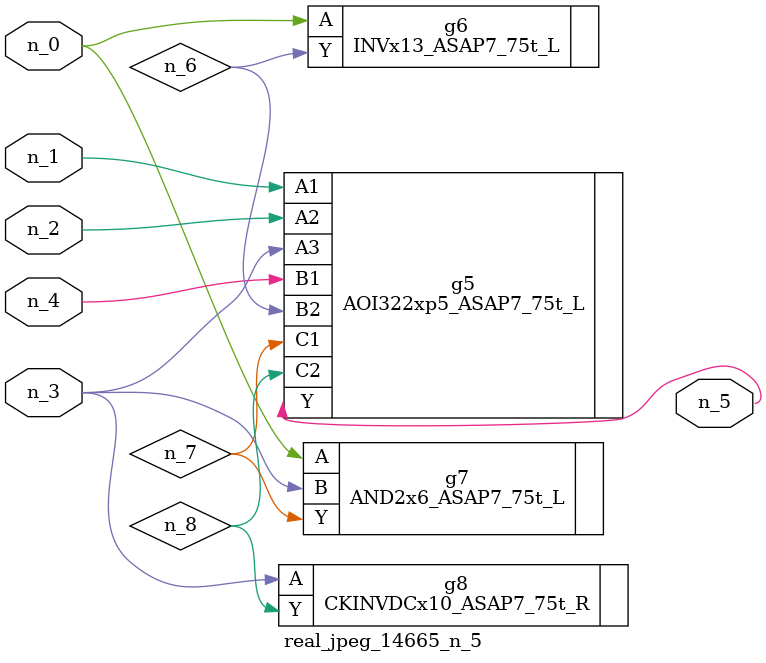
<source format=v>
module real_jpeg_14665_n_5 (n_4, n_0, n_1, n_2, n_3, n_5);

input n_4;
input n_0;
input n_1;
input n_2;
input n_3;

output n_5;

wire n_8;
wire n_6;
wire n_7;

INVx13_ASAP7_75t_L g6 ( 
.A(n_0),
.Y(n_6)
);

AND2x6_ASAP7_75t_L g7 ( 
.A(n_0),
.B(n_3),
.Y(n_7)
);

AOI322xp5_ASAP7_75t_L g5 ( 
.A1(n_1),
.A2(n_2),
.A3(n_3),
.B1(n_4),
.B2(n_6),
.C1(n_7),
.C2(n_8),
.Y(n_5)
);

CKINVDCx10_ASAP7_75t_R g8 ( 
.A(n_3),
.Y(n_8)
);


endmodule
</source>
